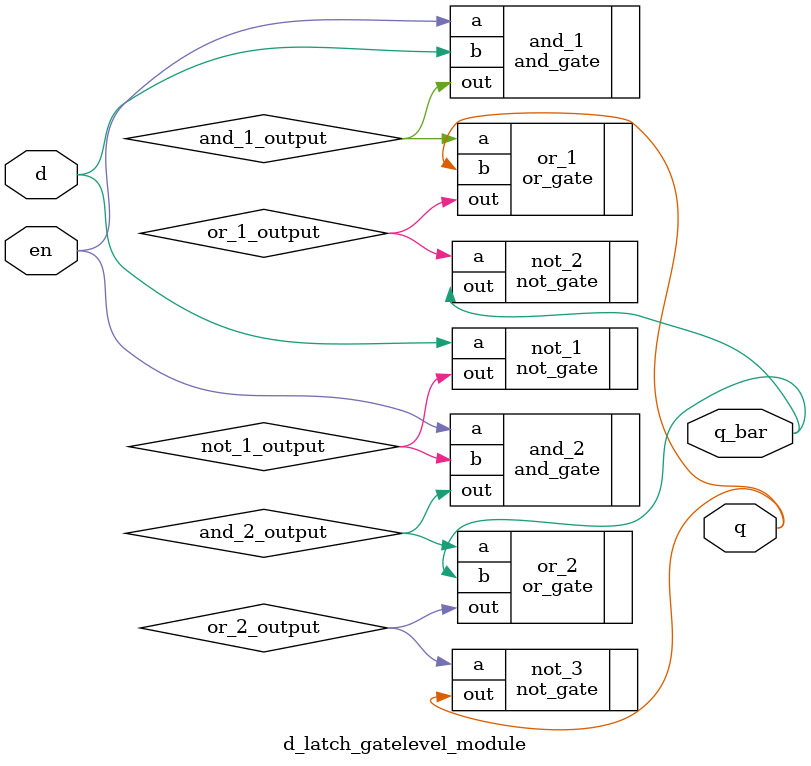
<source format=v>

module d_latch_gatelevel_module (d, en, q, q_bar);
	input d;
	input en; //enable

	output q, q_bar;
	
	wire not_1_output;
	wire and_1_output, and_2_output;
	wire or_1_output, or_2_output;
	
	not_gate not_1 (.a(d), .out(not_1_output));
	
	and_gate and_1 (.a(en), .b(d), .out(and_1_output));
	or_gate or_1 (.a(and_1_output), .b(q), .out(or_1_output));
	not_gate not_2 (.a(or_1_output), .out(q_bar));
	
	and_gate and_2 (.a(en), .b(not_1_output), .out(and_2_output));
	or_gate or_2 (.a(and_2_output), .b(q_bar), .out(or_2_output));
	not_gate not_3 (.a(or_2_output), .out(q));
	
endmodule

</source>
